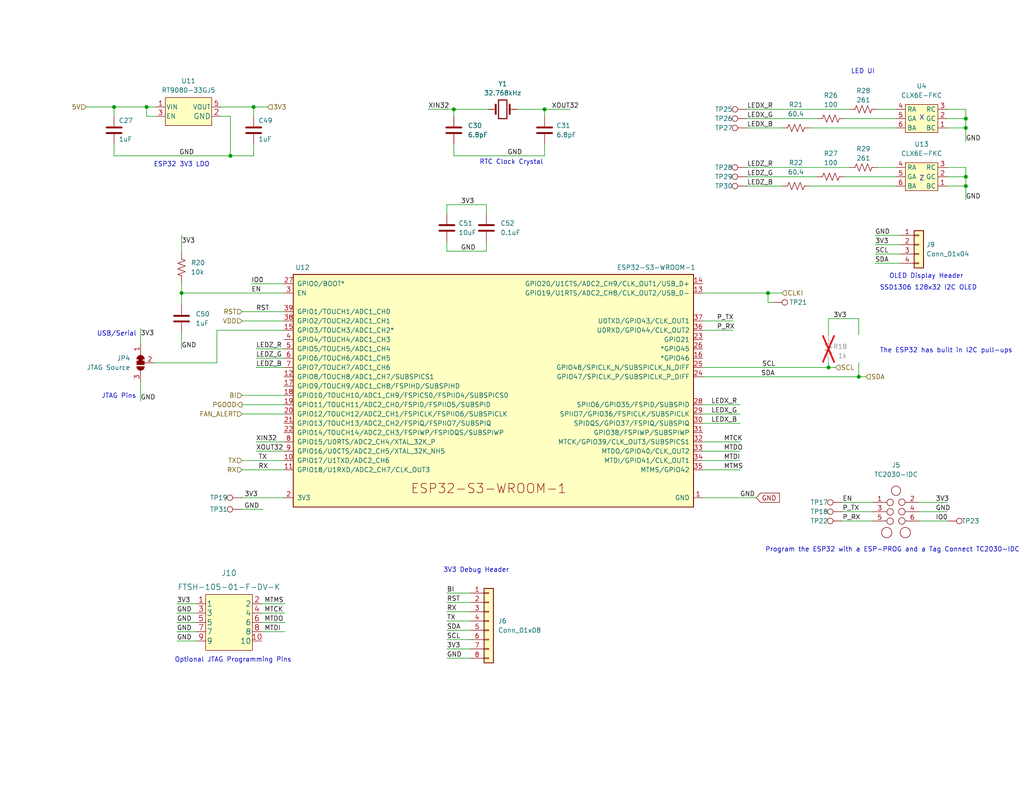
<source format=kicad_sch>
(kicad_sch (version 20230121) (generator eeschema)
  (paper "A")
  (title_block (title "le bitaxeUltra") (date "2023-07-10") (rev "0"))
  (lib_symbols
    (symbol "CLX6E-FKC_1"
      (property "Reference" "U" (at 3.81 5.08 0))
      (property "Value" "CLX6E-FKC_1" (at 1.27 -5.08 0))
      (symbol "CLX6E-FKC_1_0_1"
        (rectangle (start -3.81 3.81) (end 5.08 -3.81) (stroke (width 0.1524)) (fill (type background)))
      )
      (symbol "CLX6E-FKC_1_1_1"
        (pin bidirectional line (at 7.62 -2.54 180) (length 2.54) (name "BC") (number "1"))
        (pin bidirectional line (at 7.62 0 180) (length 2.54) (name "GC") (number "2"))
        (pin bidirectional line (at 7.62 2.54 180) (length 2.54) (name "RC") (number "3"))
        (pin bidirectional line (at -6.35 2.54 0) (length 2.54) (name "RA") (number "4"))
        (pin bidirectional line (at -6.35 0 0) (length 2.54) (name "GA") (number "5"))
        (pin input line (at -6.35 -2.54 0) (length 2.54) (name "BA") (number "6"))
      )
    )
    (symbol "Connector:TestPoint" (pin_numbers hide) (pin_names (offset 0.762) hide)
      (property "Reference" "TP" (at 0 6.858 0))
      (property "Value" "TestPoint" (at 0 5.08 0))
      (symbol "TestPoint_0_1"
        (circle (center 0 3.302) (radius 0.762))
      )
      (symbol "TestPoint_1_1"
        (pin passive line (at 0 0 90) (length 2.54) (name "1") (number "1"))
      )
    )
    (symbol "Connector_Generic:Conn_01x04" (pin_names (offset 1.016) hide)
      (property "Reference" "J" (at 0 5.08 0))
      (property "Value" "Conn_01x04" (at 0 -7.62 0))
      (symbol "Conn_01x04_1_1"
        (rectangle (start -1.27 -4.953) (end 0 -5.207) (stroke (width 0.1524)))
        (rectangle (start -1.27 -2.413) (end 0 -2.667) (stroke (width 0.1524)))
        (rectangle (start -1.27 0.127) (end 0 -0.127) (stroke (width 0.1524)))
        (rectangle (start -1.27 2.667) (end 0 2.413) (stroke (width 0.1524)))
        (rectangle (start -1.27 3.81) (end 1.27 -6.35) (stroke (width 0.254)) (fill (type background)))
        (pin passive line (at -5.08 2.54 0) (length 3.81) (name "Pin_1") (number "1"))
        (pin passive line (at -5.08 0 0) (length 3.81) (name "Pin_2") (number "2"))
        (pin passive line (at -5.08 -2.54 0) (length 3.81) (name "Pin_3") (number "3"))
        (pin passive line (at -5.08 -5.08 0) (length 3.81) (name "Pin_4") (number "4"))
      )
    )
    (symbol "Connector_Generic:Conn_01x08" (pin_names (offset 1.016) hide)
      (property "Reference" "J" (at 0 10.16 0))
      (property "Value" "Conn_01x08" (at 0 -12.7 0))
      (symbol "Conn_01x08_1_1"
        (rectangle (start -1.27 -10.033) (end 0 -10.287) (stroke (width 0.1524)))
        (rectangle (start -1.27 -7.493) (end 0 -7.747) (stroke (width 0.1524)))
        (rectangle (start -1.27 -4.953) (end 0 -5.207) (stroke (width 0.1524)))
        (rectangle (start -1.27 -2.413) (end 0 -2.667) (stroke (width 0.1524)))
        (rectangle (start -1.27 0.127) (end 0 -0.127) (stroke (width 0.1524)))
        (rectangle (start -1.27 2.667) (end 0 2.413) (stroke (width 0.1524)))
        (rectangle (start -1.27 5.207) (end 0 4.953) (stroke (width 0.1524)))
        (rectangle (start -1.27 7.747) (end 0 7.493) (stroke (width 0.1524)))
        (rectangle (start -1.27 8.89) (end 1.27 -11.43) (stroke (width 0.254)) (fill (type background)))
        (pin passive line (at -5.08 7.62 0) (length 3.81) (name "Pin_1") (number "1"))
        (pin passive line (at -5.08 5.08 0) (length 3.81) (name "Pin_2") (number "2"))
        (pin passive line (at -5.08 2.54 0) (length 3.81) (name "Pin_3") (number "3"))
        (pin passive line (at -5.08 0 0) (length 3.81) (name "Pin_4") (number "4"))
        (pin passive line (at -5.08 -2.54 0) (length 3.81) (name "Pin_5") (number "5"))
        (pin passive line (at -5.08 -5.08 0) (length 3.81) (name "Pin_6") (number "6"))
        (pin passive line (at -5.08 -7.62 0) (length 3.81) (name "Pin_7") (number "7"))
        (pin passive line (at -5.08 -10.16 0) (length 3.81) (name "Pin_8") (number "8"))
      )
    )
    (symbol "Device:C" (pin_numbers hide) (pin_names (offset 0.254))
      (property "Reference" "C" (at 0.635 2.54 0))
      (property "Value" "C" (at 0.635 -2.54 0))
      (symbol "C_0_1"
        (polyline (pts (xy -2.032 -0.762) (xy 2.032 -0.762)) (stroke (width 0.508)))
        (polyline (pts (xy -2.032 0.762) (xy 2.032 0.762)) (stroke (width 0.508)))
      )
      (symbol "C_1_1"
        (pin passive line (at 0 3.81 270) (length 2.794) (name "~") (number "1"))
        (pin passive line (at 0 -3.81 90) (length 2.794) (name "~") (number "2"))
      )
    )
    (symbol "Device:Crystal" (pin_numbers hide) (pin_names (offset 1.016) hide)
      (property "Reference" "Y" (at 0 3.81 0))
      (property "Value" "Crystal" (at 0 -3.81 0))
      (symbol "Crystal_0_1"
        (rectangle (start -1.143 2.54) (end 1.143 -2.54) (stroke (width 0.3048)))
        (polyline (pts (xy -2.54 0) (xy -1.905 0)))
        (polyline (pts (xy -1.905 -1.27) (xy -1.905 1.27)) (stroke (width 0.508)))
        (polyline (pts (xy 1.905 -1.27) (xy 1.905 1.27)) (stroke (width 0.508)))
        (polyline (pts (xy 2.54 0) (xy 1.905 0)))
      )
      (symbol "Crystal_1_1"
        (pin passive line (at -3.81 0 0) (length 1.27) (name "1") (number "1"))
        (pin passive line (at 3.81 0 180) (length 1.27) (name "2") (number "2"))
      )
    )
    (symbol "Device:R_US" (pin_numbers hide) (pin_names (offset 0))
      (property "Reference" "R" (at 2.54 0 90))
      (property "Value" "R_US" (at -2.54 0 90))
      (symbol "R_US_0_1"
        (polyline (pts (xy 0 -2.286) (xy 0 -2.54)))
        (polyline (pts (xy 0 2.286) (xy 0 2.54)))
        (polyline (pts (xy 0 -0.762) (xy 1.016 -1.143) (xy 0 -1.524) (xy -1.016 -1.905) (xy 0 -2.286)))
        (polyline (pts (xy 0 0.762) (xy 1.016 0.381) (xy 0 0) (xy -1.016 -0.381) (xy 0 -0.762)))
        (polyline (pts (xy 0 2.286) (xy 1.016 1.905) (xy 0 1.524) (xy -1.016 1.143) (xy 0 0.762)))
      )
      (symbol "R_US_1_1"
        (pin passive line (at 0 3.81 270) (length 1.27) (name "~") (number "1"))
        (pin passive line (at 0 -3.81 90) (length 1.27) (name "~") (number "2"))
      )
    )
    (symbol "Espressif:ESP32-S3-WROOM-1" (pin_names (offset 1.016))
      (property "Reference" "U" (at -53.34 38.1 0))
      (property "Value" "ESP32-S3-WROOM-1" (at -53.34 35.56 0))
      (symbol "ESP32-S3-WROOM-1_0_0"
        (rectangle (start -53.34 33.02) (end 55.88 -30.48) (stroke (width 0.254)) (fill (type background)))
        (text "ESP32-S3-WROOM-1" (at 0 -25.4 0) (effects (font (size 2.54 2.54))))
        (pin power_in line (at 58.42 -27.94 180) (length 2.54) (name "GND") (number "1"))
        (pin bidirectional line (at -55.88 -17.78 0) (length 2.54) (name "GPIO17/U1TXD/ADC2_CH6") (number "10"))
        (pin bidirectional line (at -55.88 -20.32 0) (length 2.54) (name "GPIO18/U1RXD/ADC2_CH7/CLK_OUT3") (number "11"))
        (pin bidirectional line (at -55.88 5.08 0) (length 2.54) (name "GPIO8/TOUCH8/ADC1_CH7/SUBSPICS1") (number "12"))
        (pin bidirectional line (at 58.42 27.94 180) (length 2.54) (name "GPIO19/U1RTS/ADC2_CH8/CLK_OUT2/USB_D-") (number "13"))
        (pin bidirectional line (at 58.42 30.48 180) (length 2.54) (name "GPIO20/U1CTS/ADC2_CH9/CLK_OUT1/USB_D+") (number "14"))
        (pin bidirectional line (at -55.88 17.78 0) (length 2.54) (name "GPIO3/TOUCH3/ADC1_CH2*") (number "15"))
        (pin bidirectional line (at 58.42 10.16 180) (length 2.54) (name "*GPIO46") (number "16"))
        (pin bidirectional line (at -55.88 2.54 0) (length 2.54) (name "GPIO9/TOUCH9/ADC1_CH8/FSPIHD/SUBSPIHD") (number "17"))
        (pin bidirectional line (at -55.88 0 0) (length 2.54) (name "GPIO10/TOUCH10/ADC1_CH9/FSPICS0/FSPIIO4/SUBSPICS0") (number "18"))
        (pin bidirectional line (at -55.88 -2.54 0) (length 2.54) (name "GPIO11/TOUCH11/ADC2_CH0/FSPID/FSPIIO5/SUBSPID") (number "19"))
        (pin power_in line (at -55.88 -27.94 0) (length 2.54) (name "3V3") (number "2"))
        (pin bidirectional line (at -55.88 -5.08 0) (length 2.54) (name "GPIO12/TOUCH12/ADC2_CH1/FSPICLK/FSPIIO6/SUBSPICLK") (number "20"))
        (pin bidirectional line (at -55.88 -7.62 0) (length 2.54) (name "GPIO13/TOUCH13/ADC2_CH2/FSPIQ/FSPIIO7/SUBSPIQ") (number "21"))
        (pin bidirectional line (at -55.88 -10.16 0) (length 2.54) (name "GPIO14/TOUCH14/ADC2_CH3/FSPIWP/FSPIDQS/SUBSPIWP") (number "22"))
        (pin bidirectional line (at 58.42 15.24 180) (length 2.54) (name "GPIO21") (number "23"))
        (pin bidirectional line (at 58.42 5.08 180) (length 2.54) (name "GPIO47/SPICLK_P/SUBSPICLK_P_DIFF") (number "24"))
        (pin bidirectional line (at 58.42 7.62 180) (length 2.54) (name "GPIO48/SPICLK_N/SUBSPICLK_N_DIFF") (number "25"))
        (pin bidirectional line (at 58.42 12.7 180) (length 2.54) (name "*GPIO45") (number "26"))
        (pin bidirectional line (at -55.88 30.48 0) (length 2.54) (name "GPIO0/BOOT*") (number "27"))
        (pin bidirectional line (at 58.42 -2.54 180) (length 2.54) (name "SPIIO6/GPIO35/FSPID/SUBSPID") (number "28"))
        (pin bidirectional line (at 58.42 -5.08 180) (length 2.54) (name "SPIIO7/GPIO36/FSPICLK/SUBSPICLK") (number "29"))
        (pin input line (at -55.88 27.94 0) (length 2.54) (name "EN") (number "3"))
        (pin bidirectional line (at 58.42 -7.62 180) (length 2.54) (name "SPIDQS/GPIO37/FSPIQ/SUBSPIQ") (number "30"))
        (pin bidirectional line (at 58.42 -10.16 180) (length 2.54) (name "GPIO38/FSPIWP/SUBSPIWP") (number "31"))
        (pin bidirectional line (at 58.42 -12.7 180) (length 2.54) (name "MTCK/GPIO39/CLK_OUT3/SUBSPICS1") (number "32"))
        (pin bidirectional line (at 58.42 -15.24 180) (length 2.54) (name "MTDO/GPIO40/CLK_OUT2") (number "33"))
        (pin bidirectional line (at 58.42 -17.78 180) (length 2.54) (name "MTDI/GPIO41/CLK_OUT1") (number "34"))
        (pin bidirectional line (at 58.42 -20.32 180) (length 2.54) (name "MTMS/GPIO42") (number "35"))
        (pin bidirectional line (at 58.42 17.78 180) (length 2.54) (name "U0RXD/GPIO44/CLK_OUT2") (number "36"))
        (pin bidirectional line (at 58.42 20.32 180) (length 2.54) (name "U0TXD/GPIO43/CLK_OUT1") (number "37"))
        (pin bidirectional line (at -55.88 20.32 0) (length 2.54) (name "GPIO2/TOUCH2/ADC1_CH1") (number "38"))
        (pin bidirectional line (at -55.88 22.86 0) (length 2.54) (name "GPIO1/TOUCH1/ADC1_CH0") (number "39"))
        (pin bidirectional line (at -55.88 15.24 0) (length 2.54) (name "GPIO4/TOUCH4/ADC1_CH3") (number "4"))
        (pin passive line (at 58.42 -27.94 180) (length 2.54) hide (name "GND") (number "40"))
        (pin passive line (at 58.42 -27.94 180) (length 2.54) hide (name "GND") (number "41"))
        (pin bidirectional line (at -55.88 12.7 0) (length 2.54) (name "GPIO5/TOUCH5/ADC1_CH4") (number "5"))
        (pin bidirectional line (at -55.88 10.16 0) (length 2.54) (name "GPIO6/TOUCH6/ADC1_CH5") (number "6"))
        (pin bidirectional line (at -55.88 7.62 0) (length 2.54) (name "GPIO7/TOUCH7/ADC1_CH6") (number "7"))
        (pin bidirectional line (at -55.88 -12.7 0) (length 2.54) (name "GPIO15/U0RTS/ADC2_CH4/XTAL_32K_P") (number "8"))
        (pin bidirectional line (at -55.88 -15.24 0) (length 2.54) (name "GPIO16/U0CTS/ADC2_CH5/XTAL_32K_NH5") (number "9"))
      )
    )
    (symbol "Espressif:TC2030-IDC-NL" (pin_names (offset 1.016) hide)
      (property "Reference" "J" (at 0 -8.89 0))
      (property "Value" "TC2030-IDC-NL" (at 0.635 -11.43 0))
      (symbol "TC2030-IDC-NL_0_1"
        (circle (center -2.54 -5.715) (radius 1.4224))
        (circle (center -1.6002 2.54) (radius 0.889))
        (circle (center 0 5.715) (radius 1.27))
      )
      (symbol "TC2030-IDC-NL_1_1"
        (circle (center -1.6002 -2.5908) (radius 0.889))
        (circle (center -1.6002 -0.0508) (radius 0.889))
        (circle (center 1.6002 -2.54) (radius 0.889))
        (circle (center 1.6002 0) (radius 0.889))
        (circle (center 1.6002 2.5908) (radius 0.889))
        (circle (center 2.54 -5.715) (radius 1.4224))
        (pin passive line (at -6.35 2.54 0) (length 3.81) (name "Pin_1") (number "1"))
        (pin passive line (at 6.35 2.54 180) (length 3.81) (name "Pin_2") (number "2"))
        (pin passive line (at -6.35 0 0) (length 3.81) (name "Pin_3") (number "3"))
        (pin passive line (at 6.35 0 180) (length 3.81) (name "Pin_4") (number "4"))
        (pin passive line (at -6.35 -2.54 0) (length 3.81) (name "Pin_5") (number "5"))
        (pin passive line (at 6.35 -2.54 180) (length 3.81) (name "Pin_6") (number "6"))
      )
    )
    (symbol "Jumper:SolderJumper_3_Bridged12" (pin_names (offset 0) hide)
      (property "Reference" "JP" (at -2.54 -2.54 0))
      (property "Value" "SolderJumper_3_Bridged12" (at 0 2.794 0))
      (symbol "SolderJumper_3_Bridged12_0_1"
        (rectangle (start -1.016 0.508) (end -0.508 -0.508) (fill (type outline)))
        (arc (start -1.016 1.016) (mid -2.0276 0) (end -1.016 -1.016))
        (arc (start -1.016 1.016) (mid -2.0276 0) (end -1.016 -1.016) (fill (type outline)))
        (rectangle (start -0.508 1.016) (end 0.508 -1.016) (fill (type outline)))
        (polyline (pts (xy -2.54 0) (xy -2.032 0)))
        (polyline (pts (xy -1.016 1.016) (xy -1.016 -1.016)))
        (polyline (pts (xy 0 -1.27) (xy 0 -1.016)))
        (polyline (pts (xy 1.016 1.016) (xy 1.016 -1.016)))
        (polyline (pts (xy 2.54 0) (xy 2.032 0)))
        (arc (start 1.016 -1.016) (mid 2.0276 0) (end 1.016 1.016))
        (arc (start 1.016 -1.016) (mid 2.0276 0) (end 1.016 1.016) (fill (type outline)))
      )
      (symbol "SolderJumper_3_Bridged12_1_1"
        (pin passive line (at -5.08 0 0) (length 2.54) (name "A") (number "1"))
        (pin passive line (at 0 -3.81 90) (length 2.54) (name "C") (number "2"))
        (pin passive line (at 5.08 0 180) (length 2.54) (name "B") (number "3"))
      )
    )
    (symbol "bitaxe:FTSH-105-01-F-DV-K" (pin_names (offset 0.254))
      (property "Reference" "J" (at 2.54 2.54 0))
      (property "Value" "FTSH-105-01-F-DV-K" (at 16.51 -15.24 0))
      (symbol "FTSH-105-01-F-DV-K_1_1"
        (rectangle (start 2.54 1.27) (end 15.24 -13.97) (stroke (width 0.1524)) (fill (type background)))
        (pin unspecified line (at 0 -1.27 0) (length 2.54) (name "1") (number "1"))
        (pin unspecified line (at 17.78 -11.43 180) (length 2.54) (name "10") (number "10"))
        (pin unspecified line (at 17.78 -1.27 180) (length 2.54) (name "2") (number "2"))
        (pin unspecified line (at 0 -3.81 0) (length 2.54) (name "3") (number "3"))
        (pin unspecified line (at 17.78 -3.81 180) (length 2.54) (name "4") (number "4"))
        (pin unspecified line (at 0 -6.35 0) (length 2.54) (name "5") (number "5"))
        (pin unspecified line (at 17.78 -6.35 180) (length 2.54) (name "6") (number "6"))
        (pin unspecified line (at 0 -8.89 0) (length 2.54) (name "7") (number "7"))
        (pin unspecified line (at 17.78 -8.89 180) (length 2.54) (name "8") (number "8"))
        (pin unspecified line (at 0 -11.43 0) (length 2.54) (name "9") (number "9"))
      )
    )
    (symbol "bitaxe:RT9080-33GJ5" (pin_names (offset 0.254))
      (property "Reference" "U" (at -6.35 5.08 0))
      (property "Value" "RT9080-33GJ5" (at 0 -5.08 0))
      (symbol "RT9080-33GJ5_1_1"
        (rectangle (start -6.35 3.81) (end 6.35 -3.81) (stroke (width 0.1524)) (fill (type background)))
        (pin power_in line (at -8.89 1.27 0) (length 2.54) (name "VIN") (number "1"))
        (pin power_in line (at 8.89 -1.27 180) (length 2.54) (name "GND") (number "2"))
        (pin input line (at -8.89 -1.27 0) (length 2.54) (name "EN") (number "3"))
        (pin output line (at 8.89 1.27 180) (length 2.54) (name "VOUT") (number "5"))
      )
    )
  )
  (junction (at 209.55 80.01))
  (junction (at 123.825 29.845))
  (junction (at 263.525 32.385))
  (junction (at 263.525 34.925))
  (junction (at 62.865 42.545))
  (junction (at 263.525 48.26))
  (junction (at 263.525 50.8))
  (junction (at 40.005 29.21))
  (junction (at 148.59 29.845))
  (junction (at 226.06 100.33))
  (junction (at 49.53 80.01))
  (junction (at 69.215 29.21))
  (junction (at 234.315 102.87))
  (junction (at 31.115 29.21))
  (wire (pts (xy 121.92 172.085) (xy 128.27 172.085)))
  (wire (pts (xy 121.92 177.165) (xy 128.27 177.165)))
  (wire (pts (xy 121.92 55.88) (xy 121.92 58.42)))
  (wire (pts (xy 226.06 100.33) (xy 227.965 100.33)))
  (wire (pts (xy 191.77 113.03) (xy 201.93 113.03)))
  (wire (pts (xy 48.26 164.846) (xy 53.594 164.846)))
  (wire (pts (xy 31.115 29.21) (xy 31.115 31.75)))
  (wire (pts (xy 258.445 32.385) (xy 263.525 32.385)))
  (wire (pts (xy 191.77 125.73) (xy 201.93 125.73)))
  (wire (pts (xy 239.395 29.845) (xy 244.475 29.845)))
  (wire (pts (xy 60.325 31.75) (xy 62.865 31.75)))
  (wire (pts (xy 140.97 29.845) (xy 148.59 29.845)))
  (wire (pts (xy 258.445 50.8) (xy 263.525 50.8)))
  (wire (pts (xy 250.825 139.7) (xy 258.445 139.7)))
  (wire (pts (xy 263.525 32.385) (xy 263.525 34.925)))
  (wire (pts (xy 69.215 39.37) (xy 69.215 42.545)))
  (wire (pts (xy 234.315 99.06) (xy 234.315 102.87)))
  (wire (pts (xy 66.04 110.49) (xy 77.47 110.49)))
  (wire (pts (xy 132.715 68.58) (xy 121.92 68.58)))
  (wire (pts (xy 62.865 31.75) (xy 62.865 42.545)))
  (wire (pts (xy 123.825 42.545) (xy 123.825 39.37)))
  (wire (pts (xy 220.98 34.925) (xy 244.475 34.925)))
  (wire (pts (xy 250.825 137.16) (xy 258.445 137.16)))
  (wire (pts (xy 69.215 29.21) (xy 69.215 31.75)))
  (wire (pts (xy 77.47 125.73) (xy 66.04 125.73)))
  (wire (pts (xy 132.715 66.04) (xy 132.715 68.58)))
  (wire (pts (xy 71.374 172.466) (xy 77.724 172.466)))
  (wire (pts (xy 49.53 76.835) (xy 49.53 80.01)))
  (wire (pts (xy 263.525 34.925) (xy 263.525 38.735)))
  (wire (pts (xy 40.005 29.21) (xy 42.545 29.21)))
  (wire (pts (xy 234.315 86.995) (xy 234.315 91.44)))
  (wire (pts (xy 49.53 90.805) (xy 49.53 95.25)))
  (wire (pts (xy 69.85 97.79) (xy 77.47 97.79)))
  (wire (pts (xy 209.55 82.55) (xy 209.55 80.01)))
  (wire (pts (xy 69.85 100.33) (xy 77.47 100.33)))
  (wire (pts (xy 226.06 86.995) (xy 226.06 91.44)))
  (wire (pts (xy 148.59 29.845) (xy 155.575 29.845)))
  (wire (pts (xy 69.85 120.65) (xy 77.47 120.65)))
  (wire (pts (xy 77.47 85.09) (xy 66.04 85.09)))
  (wire (pts (xy 230.505 48.26) (xy 244.475 48.26)))
  (wire (pts (xy 66.04 107.95) (xy 77.47 107.95)))
  (wire (pts (xy 68.58 77.47) (xy 77.47 77.47)))
  (wire (pts (xy 191.77 120.65) (xy 201.93 120.65)))
  (wire (pts (xy 191.77 115.57) (xy 201.93 115.57)))
  (wire (pts (xy 116.84 29.845) (xy 123.825 29.845)))
  (wire (pts (xy 123.825 42.545) (xy 148.59 42.545)))
  (wire (pts (xy 220.98 50.8) (xy 244.475 50.8)))
  (wire (pts (xy 203.835 34.925) (xy 213.36 34.925)))
  (wire (pts (xy 123.825 29.845) (xy 123.825 31.75)))
  (wire (pts (xy 23.495 29.21) (xy 31.115 29.21)))
  (wire (pts (xy 210.82 82.55) (xy 209.55 82.55)))
  (wire (pts (xy 222.885 48.26) (xy 203.835 48.26)))
  (wire (pts (xy 38.354 104.14) (xy 38.354 109.474)))
  (wire (pts (xy 59.182 90.17) (xy 59.182 99.06)))
  (wire (pts (xy 250.825 142.24) (xy 258.445 142.24)))
  (wire (pts (xy 191.77 123.19) (xy 201.93 123.19)))
  (wire (pts (xy 38.354 89.662) (xy 38.354 93.98)))
  (wire (pts (xy 203.835 50.8) (xy 213.36 50.8)))
  (wire (pts (xy 121.92 174.625) (xy 128.27 174.625)))
  (wire (pts (xy 258.445 48.26) (xy 263.525 48.26)))
  (wire (pts (xy 69.85 123.19) (xy 77.47 123.19)))
  (wire (pts (xy 238.76 64.262) (xy 245.618 64.262)))
  (wire (pts (xy 263.525 48.26) (xy 263.525 50.8)))
  (wire (pts (xy 48.26 175.006) (xy 53.594 175.006)))
  (wire (pts (xy 71.374 169.926) (xy 77.724 169.926)))
  (wire (pts (xy 48.26 167.386) (xy 53.594 167.386)))
  (wire (pts (xy 226.06 86.995) (xy 234.315 86.995)))
  (wire (pts (xy 230.505 32.385) (xy 244.475 32.385)))
  (wire (pts (xy 234.315 102.87) (xy 236.22 102.87)))
  (wire (pts (xy 191.77 90.17) (xy 200.025 90.17)))
  (wire (pts (xy 77.47 128.27) (xy 66.04 128.27)))
  (wire (pts (xy 191.77 110.49) (xy 201.93 110.49)))
  (wire (pts (xy 123.825 29.845) (xy 133.35 29.845)))
  (wire (pts (xy 229.87 142.24) (xy 238.125 142.24)))
  (wire (pts (xy 49.53 80.01) (xy 77.47 80.01)))
  (wire (pts (xy 69.85 95.25) (xy 77.47 95.25)))
  (wire (pts (xy 191.77 102.87) (xy 234.315 102.87)))
  (wire (pts (xy 49.53 64.135) (xy 49.53 69.215)))
  (wire (pts (xy 66.04 139.065) (xy 71.755 139.065)))
  (wire (pts (xy 69.215 29.21) (xy 73.025 29.21)))
  (wire (pts (xy 31.115 29.21) (xy 40.005 29.21)))
  (wire (pts (xy 121.92 167.005) (xy 128.27 167.005)))
  (wire (pts (xy 48.26 169.926) (xy 53.594 169.926)))
  (wire (pts (xy 121.92 169.545) (xy 128.27 169.545)))
  (wire (pts (xy 191.77 128.27) (xy 201.93 128.27)))
  (wire (pts (xy 238.76 69.342) (xy 245.618 69.342)))
  (wire (pts (xy 263.525 45.72) (xy 263.525 48.26)))
  (wire (pts (xy 191.77 135.89) (xy 206.375 135.89)))
  (wire (pts (xy 229.87 139.7) (xy 238.125 139.7)))
  (wire (pts (xy 31.115 42.545) (xy 31.115 39.37)))
  (wire (pts (xy 66.04 87.63) (xy 77.47 87.63)))
  (wire (pts (xy 263.525 50.8) (xy 263.525 54.61)))
  (wire (pts (xy 121.92 68.58) (xy 121.92 66.04)))
  (wire (pts (xy 121.92 161.925) (xy 128.27 161.925)))
  (wire (pts (xy 59.182 90.17) (xy 77.47 90.17)))
  (wire (pts (xy 203.835 45.72) (xy 231.775 45.72)))
  (wire (pts (xy 209.55 80.01) (xy 213.36 80.01)))
  (wire (pts (xy 77.47 113.03) (xy 66.04 113.03)))
  (wire (pts (xy 42.545 31.75) (xy 40.005 31.75)))
  (wire (pts (xy 258.445 34.925) (xy 263.525 34.925)))
  (wire (pts (xy 148.59 29.845) (xy 148.59 31.75)))
  (wire (pts (xy 71.374 164.846) (xy 77.724 164.846)))
  (wire (pts (xy 229.87 137.16) (xy 238.125 137.16)))
  (wire (pts (xy 191.77 100.33) (xy 226.06 100.33)))
  (wire (pts (xy 191.77 87.63) (xy 200.025 87.63)))
  (wire (pts (xy 40.005 31.75) (xy 40.005 29.21)))
  (wire (pts (xy 121.92 179.705) (xy 128.27 179.705)))
  (wire (pts (xy 49.53 80.01) (xy 49.53 83.185)))
  (wire (pts (xy 239.395 45.72) (xy 244.475 45.72)))
  (wire (pts (xy 226.06 99.06) (xy 226.06 100.33)))
  (wire (pts (xy 148.59 39.37) (xy 148.59 42.545)))
  (wire (pts (xy 203.835 29.845) (xy 231.775 29.845)))
  (wire (pts (xy 258.445 29.845) (xy 263.525 29.845)))
  (wire (pts (xy 132.715 55.88) (xy 121.92 55.88)))
  (wire (pts (xy 258.445 45.72) (xy 263.525 45.72)))
  (wire (pts (xy 121.92 164.465) (xy 128.27 164.465)))
  (wire (pts (xy 222.885 32.385) (xy 203.835 32.385)))
  (wire (pts (xy 66.04 135.89) (xy 77.47 135.89)))
  (wire (pts (xy 238.76 71.882) (xy 245.618 71.882)))
  (wire (pts (xy 59.182 99.06) (xy 42.164 99.06)))
  (wire (pts (xy 132.715 58.42) (xy 132.715 55.88)))
  (wire (pts (xy 238.76 66.802) (xy 245.618 66.802)))
  (wire (pts (xy 263.525 29.845) (xy 263.525 32.385)))
  (wire (pts (xy 69.215 42.545) (xy 62.865 42.545)))
  (wire (pts (xy 48.26 172.466) (xy 53.594 172.466)))
  (wire (pts (xy 60.325 29.21) (xy 69.215 29.21)))
  (wire (pts (xy 71.374 167.386) (xy 77.724 167.386)))
  (wire (pts (xy 62.865 42.545) (xy 31.115 42.545)))
  (wire (pts (xy 191.77 80.01) (xy 209.55 80.01)))
  (text "X" (at 250.825 33.02 0) (effects (font (size 1.27 1.27)) (justify left bottom)))
  (text "Z" (at 250.825 49.53 0) (effects (font (size 1.27 1.27)) (justify left bottom)))
  (text "RTC Clock Crystal" (at 130.81 45.085 0) (effects (font (size 1.27 1.27)) (justify left bottom)))
  (text "JTAG Pins" (at 27.686 108.966 0) (effects (font (size 1.27 1.27)) (justify left bottom)))
  (text "ESP32 3V3 LDO" (at 41.91 45.72 0) (effects (font (size 1.27 1.27)) (justify left bottom)))
  (text "Program the ESP32 with a ESP-PROG and a Tag Connect TC2030-IDC" (at 208.788 150.876 0) (effects (font (size 1.27 1.27)) (justify left bottom)))
  (text "The ESP32 has built in I2C pull-ups" (at 240.03 96.52 0) (effects (font (size 1.27 1.27)) (justify left bottom)))
  (text "3V3 Debug Header" (at 120.904 156.464 0) (effects (font (size 1.27 1.27)) (justify left bottom)))
  (text "Optional JTAG Programming Pins" (at 47.625 180.975 0) (effects (font (size 1.27 1.27)) (justify left bottom)))
  (text "SSD1306 128x32 I2C OLED" (at 240.03 79.375 0) (effects (font (size 1.27 1.27)) (justify left bottom)))
  (text "LED UI" (at 232.156 20.32 0) (effects (font (size 1.27 1.27)) (justify left bottom)))
  (text "OLED Display Header" (at 242.57 76.2 0) (effects (font (size 1.27 1.27)) (justify left bottom)))
  (text "USB/Serial" (at 26.416 91.948 0) (effects (font (size 1.27 1.27)) (justify left bottom)))
  (label "LEDZ_G" (at 203.835 48.26 0))
  (label "P_RX" (at 229.87 142.24 0))
  (label "RX" (at 121.92 167.005 0))
  (label "GND" (at 48.26 169.926 0))
  (label "EN" (at 68.58 80.01 0))
  (label "MTMS" (at 197.485 128.27 0))
  (label "RST" (at 121.92 164.465 0))
  (label "RST" (at 69.85 85.09 0))
  (label "SDA" (at 121.92 172.085 0))
  (label "GND" (at 263.525 54.61 0))
  (label "MTDO" (at 72.136 169.926 0))
  (label "LEDX_G" (at 194.056 113.03 0))
  (label "P_TX" (at 229.87 139.7 0))
  (label "EN" (at 229.87 137.16 0))
  (label "GND" (at 238.76 64.262 0))
  (label "XOUT32" (at 150.495 29.845 0))
  (label "P_RX" (at 195.58 90.17 0))
  (label "LEDX_G" (at 203.835 32.385 0))
  (label "LEDZ_G" (at 69.85 97.79 0))
  (label "GND" (at 125.73 68.58 0))
  (label "3V3" (at 66.675 135.89 0))
  (label "3V3" (at 227.33 86.995 0))
  (label "MTMS" (at 72.136 164.846 0))
  (label "MTDI" (at 72.136 172.466 0))
  (label "IO0" (at 68.58 77.47 0))
  (label "SDA" (at 207.645 102.87 0))
  (label "BI" (at 121.92 161.925 0))
  (label "GND" (at 66.675 139.065 0))
  (label "MTCK" (at 72.136 167.386 0))
  (label "XIN32" (at 69.85 120.65 0))
  (label "TX" (at 70.485 125.73 0))
  (label "MTDO" (at 197.485 123.19 0))
  (label "GND" (at 138.43 42.545 0))
  (label "3V3" (at 255.27 137.16 0))
  (label "LEDX_R" (at 194.056 110.49 0))
  (label "MTDI" (at 197.485 125.73 0))
  (label "LEDZ_R" (at 203.835 45.72 0))
  (label "IO0" (at 255.27 142.24 0))
  (label "SCL" (at 121.92 174.625 0))
  (label "SCL" (at 207.899 100.33 0))
  (label "XOUT32" (at 69.85 123.19 0))
  (label "SCL" (at 238.76 69.342 0))
  (label "XIN32" (at 116.84 29.845 0))
  (label "GND" (at 201.93 135.89 0))
  (label "SDA" (at 238.76 71.882 0))
  (label "TX" (at 121.92 169.545 0))
  (label "3V3" (at 125.73 55.88 0))
  (label "3V3" (at 121.92 177.165 0))
  (label "LEDX_R" (at 203.835 29.845 0))
  (label "MTCK" (at 197.485 120.65 0))
  (label "GND" (at 48.26 172.466 0))
  (label "3V3" (at 49.53 66.675 0))
  (label "GND" (at 48.26 175.006 0))
  (label "GND" (at 49.53 95.25 0))
  (label "P_TX" (at 195.58 87.63 0))
  (label "GND" (at 121.92 179.705 0))
  (label "3V3" (at 238.76 66.802 0))
  (label "LEDZ_R" (at 69.85 95.25 0))
  (label "GND" (at 255.27 139.7 0))
  (label "3V3" (at 48.26 164.846 0))
  (label "GND" (at 48.895 42.545 0))
  (label "LEDX_B" (at 194.056 115.57 0))
  (label "3V3" (at 38.354 91.948 0))
  (label "GND" (at 48.26 167.386 0))
  (label "GND" (at 38.354 109.474 0))
  (label "RX" (at 70.485 128.27 0))
  (label "LEDZ_B" (at 69.85 100.33 0))
  (label "LEDZ_B" (at 203.835 50.8 0))
  (label "LEDX_B" (at 203.835 34.925 0))
  (label "GND" (at 263.525 38.735 0))
  (global_label "GND" (shape input) (at 206.375 135.89 0) (property "Intersheetrefs" "${INTERSHEET_REFS}" (effects hide)))
  (hierarchical_label "TX" (shape input) (at 66.04 125.73 180))
  (hierarchical_label "RX" (shape input) (at 66.04 128.27 180))
  (hierarchical_label "CLKI" (shape input) (at 213.36 80.01 0))
  (hierarchical_label "FAN_ALERT" (shape input) (at 66.04 113.03 180))
  (hierarchical_label "BI" (shape input) (at 66.04 107.95 180))
  (hierarchical_label "3V3" (shape input) (at 73.025 29.21 0))
  (hierarchical_label "SCL" (shape input) (at 227.965 100.33 0))
  (hierarchical_label "RST" (shape input) (at 66.04 85.09 180))
  (hierarchical_label "SDA" (shape input) (at 236.22 102.87 0))
  (hierarchical_label "PGOOD" (shape output) (at 66.04 110.49 180))
  (hierarchical_label "5V" (shape input) (at 23.495 29.21 180))
  (hierarchical_label "VDD" (shape input) (at 66.04 87.63 180))
  (symbol (lib_id "Device:R_US") (at 235.585 29.845 90) (unit 1)
    (property "Reference" "R28" (at 235.585 24.765 90))
    (property "Value" "261" (at 235.585 27.305 90))
    (property "Footprint" "Resistor_SMD:R_0402_1005Metric" (effects hide))
    (property "DK" "YAG3078CT-ND" (effects hide))
    (property "PARTNO" "RC0402FR-07261RL" (effects hide))
  )
  (symbol (lib_id "Device:R_US") (at 226.06 95.25 180) (unit 1) (dnp yes)
    (property "Reference" "R18" (at 229.235 94.615 0))
    (property "Value" "1k" (at 229.87 97.155 0))
    (property "Footprint" "Resistor_SMD:R_0402_1005Metric" (effects hide))
  )
  (symbol (lib_id "Device:C") (at 49.53 86.995 0) (unit 1)
    (property "Reference" "C50" (at 53.34 85.7249 0) (effects (justify left)))
    (property "Value" "1uF" (at 53.34 88.2649 0) (effects (justify left)))
    (property "Footprint" "Capacitor_SMD:C_0402_1005Metric" (effects hide))
    (property "DK" "587-5514-1-ND" (effects hide))
    (property "PARTNO" "EMK105BJ105MV-F" (effects hide))
  )
  (symbol (lib_id "Device:C") (at 123.825 35.56 0) (unit 1)
    (property "Reference" "C30" (at 127.635 34.2899 0) (effects (justify left)))
    (property "Value" "6.8pF" (at 127.635 36.8299 0) (effects (justify left)))
    (property "Footprint" "Capacitor_SMD:C_0402_1005Metric" (effects hide))
    (property "DK" "399-C0402C689C5GAC7867CT-ND" (effects hide))
    (property "PARTNO" "C0402C689C5GAC7867" (effects hide))
  )
  (symbol (lib_id "bitaxe:FTSH-105-01-F-DV-K") (at 53.594 163.576 0) (unit 1)
    (property "Reference" "J10" (at 62.484 156.464 0) (effects (font (size 1.524 1.524))))
    (property "Value" "FTSH-105-01-F-DV-K" (at 62.484 160.274 0) (effects (font (size 1.524 1.524))))
    (property "Footprint" "bitaxe:FTSH-105-01-F-DV-K" (effects hide))
    (property "Datasheet" "https://suddendocs.samtec.com/catalog_english/ftsh_smt.pdf" (effects hide))
    (property "DK" "SAM8796-ND" (effects hide))
    (property "PARTNO" "FTSH-105-01-F-DV-K" (effects hide))
  )
  (symbol (lib_id "Connector:TestPoint") (at 203.835 34.925 90) (mirror x) (unit 1) (in_bom no)
    (property "Reference" "TP27" (at 197.485 34.925 90))
    (property "Value" "TestPoint" (effects hide))
    (property "Footprint" "TestPoint:TestPoint_Pad_D1.5mm" (effects hide))
  )
  (symbol (lib_id "Connector:TestPoint") (at 203.835 48.26 90) (mirror x) (unit 1) (in_bom no)
    (property "Reference" "TP29" (at 197.485 48.26 90))
    (property "Value" "TestPoint" (effects hide))
    (property "Footprint" "TestPoint:TestPoint_Pad_D1.5mm" (effects hide))
  )
  (symbol (lib_name "CLX6E-FKC_1") (lib_id "bitaxe:CLX6E-FKC") (at 250.825 32.385 0) (unit 1)
    (property "Reference" "U4" (at 251.46 23.495 0))
    (property "Value" "CLX6E-FKC" (at 251.46 26.035 0))
    (property "Footprint" "bitaxe:CLX6E-FKC-CH1M1D1BB7C3D3" (effects hide))
    (property "Datasheet" "https://assets.cree-led.com/a/ds/h/HB-CLX6E-FKC.pdf" (effects hide))
    (property "DK" "CLX6E-FKC-CH1M1D1BB7C3D3CT-ND" (effects hide))
    (property "PARTNO" "CLX6E-FKC-CH1M1D1BB7C3D3" (effects hide))
  )
  (symbol (lib_id "Device:C") (at 132.715 62.23 0) (unit 1)
    (property "Reference" "C52" (at 136.525 60.9599 0) (effects (justify left)))
    (property "Value" "0.1uF" (at 136.525 63.4999 0) (effects (justify left)))
    (property "Footprint" "Capacitor_SMD:C_0402_1005Metric" (effects hide))
    (property "DK" "1292-1639-1-ND" (effects hide))
    (property "PARTNO" "0402X104K100CT" (effects hide))
  )
  (symbol (lib_id "Device:R_US") (at 226.695 32.385 90) (unit 1)
    (property "Reference" "R26" (at 226.695 26.035 90))
    (property "Value" "100" (at 226.695 28.575 90))
    (property "Footprint" "Resistor_SMD:R_0402_1005Metric" (effects hide))
    (property "DK" "RMCF0402FT100RCT-ND" (effects hide))
    (property "PARTNO" "RMCF0402FT100R" (effects hide))
  )
  (symbol (lib_id "Connector_Generic:Conn_01x04") (at 250.698 66.802 0) (unit 1) (in_bom no)
    (property "Reference" "J9" (at 252.73 66.8019 0) (effects (justify left)))
    (property "Value" "Conn_01x04" (at 252.73 69.3419 0) (effects (justify left)))
    (property "Footprint" "Connector_PinHeader_2.54mm:PinHeader_1x04_P2.54mm_Vertical" (effects hide))
  )
  (symbol (lib_id "Device:R_US") (at 235.585 45.72 90) (unit 1)
    (property "Reference" "R29" (at 235.585 40.64 90))
    (property "Value" "261" (at 235.585 43.18 90))
    (property "Footprint" "Resistor_SMD:R_0402_1005Metric" (effects hide))
    (property "DK" "YAG3078CT-ND" (effects hide))
    (property "PARTNO" "RC0402FR-07261RL" (effects hide))
  )
  (symbol (lib_id "Device:C") (at 148.59 35.56 0) (unit 1)
    (property "Reference" "C31" (at 151.765 34.2899 0) (effects (justify left)))
    (property "Value" "6.8pF" (at 151.765 36.8299 0) (effects (justify left)))
    (property "Footprint" "Capacitor_SMD:C_0402_1005Metric" (effects hide))
    (property "DK" "399-C0402C689C5GAC7867CT-ND" (effects hide))
    (property "PARTNO" "C0402C689C5GAC7867" (effects hide))
  )
  (symbol (lib_id "bitaxe:RT9080-33GJ5") (at 51.435 30.48 0) (unit 1)
    (property "Reference" "U11" (at 51.435 22.098 0))
    (property "Value" "RT9080-33GJ5" (at 51.435 24.638 0))
    (property "Footprint" "bitaxe:RT9080-33GJ5" (effects hide))
    (property "Datasheet" "https://www.richtek.com/assets/product_file/RT9080/DS9080-05.pdf" (effects hide))
    (property "DK" "1028-1509-1-ND" (effects hide))
    (property "PARTNO" "RT9080-33GJ5" (effects hide))
  )
  (symbol (lib_id "Connector:TestPoint") (at 203.835 50.8 90) (mirror x) (unit 1) (in_bom no)
    (property "Reference" "TP30" (at 197.485 50.8 90))
    (property "Value" "TestPoint" (effects hide))
    (property "Footprint" "TestPoint:TestPoint_Pad_D1.5mm" (effects hide))
  )
  (symbol (lib_id "Connector:TestPoint") (at 66.04 139.065 90) (mirror x) (unit 1) (in_bom no)
    (property "Reference" "TP31" (at 59.69 139.065 90))
    (property "Value" "TestPoint" (effects hide))
    (property "Footprint" "TestPoint:TestPoint_Pad_D1.5mm" (effects hide))
  )
  (symbol (lib_id "Device:R_US") (at 226.695 48.26 90) (unit 1)
    (property "Reference" "R27" (at 226.695 41.91 90))
    (property "Value" "100" (at 226.695 44.45 90))
    (property "Footprint" "Resistor_SMD:R_0402_1005Metric" (effects hide))
    (property "DK" "RMCF0402FT100RCT-ND" (effects hide))
    (property "PARTNO" "RMCF0402FT100R" (effects hide))
  )
  (symbol (lib_id "Connector:TestPoint") (at 229.87 139.7 90) (mirror x) (unit 1) (in_bom no)
    (property "Reference" "TP18" (at 223.52 139.7 90))
    (property "Value" "TestPoint" (effects hide))
    (property "Footprint" "TestPoint:TestPoint_Pad_D1.5mm" (effects hide))
  )
  (symbol (lib_id "Connector:TestPoint") (at 258.445 142.24 270) (mirror x) (unit 1) (in_bom no)
    (property "Reference" "TP23" (at 264.795 142.24 90))
    (property "Value" "TestPoint" (effects hide))
    (property "Footprint" "TestPoint:TestPoint_Pad_D1.5mm" (effects hide))
  )
  (symbol (lib_id "Connector:TestPoint") (at 203.835 45.72 90) (mirror x) (unit 1) (in_bom no)
    (property "Reference" "TP28" (at 197.485 45.72 90))
    (property "Value" "TestPoint" (effects hide))
    (property "Footprint" "TestPoint:TestPoint_Pad_D1.5mm" (effects hide))
  )
  (symbol (lib_id "Connector:TestPoint") (at 203.835 29.845 90) (mirror x) (unit 1) (in_bom no)
    (property "Reference" "TP25" (at 197.485 29.845 90))
    (property "Value" "TestPoint" (effects hide))
    (property "Footprint" "TestPoint:TestPoint_Pad_D1.5mm" (effects hide))
  )
  (symbol (lib_id "Device:R_US") (at 49.53 73.025 0) (unit 1)
    (property "Reference" "R20" (at 52.07 71.7549 0) (effects (justify left)))
    (property "Value" "10k" (at 52.07 74.2949 0) (effects (justify left)))
    (property "Footprint" "Resistor_SMD:R_0402_1005Metric" (effects hide))
    (property "DK" "311-10KJRCT-ND" (effects hide))
    (property "PARTNO" "RC0402JR-0710KL" (effects hide))
  )
  (symbol (lib_id "Device:R_US") (at 217.17 34.925 90) (unit 1)
    (property "Reference" "R21" (at 217.17 28.575 90))
    (property "Value" "60.4" (at 217.17 31.115 90))
    (property "Footprint" "Resistor_SMD:R_0402_1005Metric" (effects hide))
    (property "DK" "311-60.4LRCT-ND" (effects hide))
    (property "PARTNO" "RC0402FR-0760R4L" (effects hide))
  )
  (symbol (lib_id "Espressif:TC2030-IDC-NL") (at 244.475 139.7 0) (unit 1) (in_bom no)
    (property "Reference" "J5" (at 244.475 127 0))
    (property "Value" "TC2030-IDC" (at 244.475 129.54 0))
    (property "Footprint" "Connector:Tag-Connect_TC2030-IDC-NL_2x03_P1.27mm_Vertical" (effects hide))
  )
  (symbol (lib_id "Device:C") (at 69.215 35.56 0) (unit 1)
    (property "Reference" "C49" (at 70.485 33.655 0) (effects (justify left bottom)))
    (property "Value" "1uF" (at 70.485 38.735 0) (effects (justify left bottom)))
    (property "Footprint" "Capacitor_SMD:C_0402_1005Metric" (effects hide))
    (property "DK" "587-5514-1-ND" (effects hide))
    (property "PARTNO" "EMK105BJ105MV-F" (effects hide))
  )
  (symbol (lib_id "Device:C") (at 121.92 62.23 0) (unit 1)
    (property "Reference" "C51" (at 125.095 60.9599 0) (effects (justify left)))
    (property "Value" "10uF" (at 125.095 63.4999 0) (effects (justify left)))
    (property "Footprint" "Capacitor_SMD:C_0805_2012Metric" (effects hide))
    (property "DK" "1276-1096-1-ND" (effects hide))
    (property "PARTNO" "CL21A106KOQNNNE" (effects hide))
  )
  (symbol (lib_id "Connector:TestPoint") (at 203.835 32.385 90) (mirror x) (unit 1) (in_bom no)
    (property "Reference" "TP26" (at 197.485 32.385 90))
    (property "Value" "TestPoint" (effects hide))
    (property "Footprint" "TestPoint:TestPoint_Pad_D1.5mm" (effects hide))
  )
  (symbol (lib_id "Device:Crystal") (at 137.16 29.845 0) (unit 1)
    (property "Reference" "Y1" (at 137.16 22.86 0))
    (property "Value" "32.768kHz" (at 137.16 25.4 0))
    (property "Footprint" "bitaxe:SC32S-7PF20PPM" (effects hide))
    (property "Datasheet" "https://www.sii.co.jp/en/quartz/files/2013/03/SC-32S_Leaflet_e20151217.pdf" (effects hide))
    (property "DK" "728-1074-1-ND" (effects hide))
    (property "PARTNO" "SC32S-7PF20PPM" (effects hide))
  )
  (symbol (lib_id "Jumper:SolderJumper_3_Bridged12") (at 38.354 99.06 90) (mirror x) (unit 1) (in_bom no)
    (property "Reference" "JP4" (at 35.56 97.7899 90) (effects (justify left)))
    (property "Value" "JTAG Source" (at 35.56 100.3299 90) (effects (justify left)))
    (property "Footprint" "Jumper:SolderJumper-3_P1.3mm_Bridged2Bar12_Pad1.0x1.5mm" (effects hide))
  )
  (symbol (lib_id "Connector:TestPoint") (at 210.82 82.55 270) (mirror x) (unit 1) (in_bom no)
    (property "Reference" "TP21" (at 217.805 82.55 90))
    (property "Value" "TestPoint" (effects hide))
    (property "Footprint" "TestPoint:TestPoint_Pad_D1.5mm" (effects hide))
  )
  (symbol (lib_id "Connector:TestPoint") (at 66.04 135.89 90) (mirror x) (unit 1) (in_bom no)
    (property "Reference" "TP19" (at 59.69 135.89 90))
    (property "Value" "TestPoint" (effects hide))
    (property "Footprint" "TestPoint:TestPoint_Pad_D1.5mm" (effects hide))
  )
  (symbol (lib_id "Connector:TestPoint") (at 229.87 137.16 90) (mirror x) (unit 1) (in_bom no)
    (property "Reference" "TP17" (at 223.52 137.16 90))
    (property "Value" "TestPoint" (effects hide))
    (property "Footprint" "TestPoint:TestPoint_Pad_D1.5mm" (effects hide))
  )
  (symbol (lib_id "Connector_Generic:Conn_01x08") (at 133.35 169.545 0) (unit 1) (in_bom no)
    (property "Reference" "J6" (at 135.89 169.5449 0) (effects (justify left)))
    (property "Value" "Conn_01x08" (at 135.89 172.0849 0) (effects (justify left)))
    (property "Footprint" "Connector_PinHeader_2.54mm:PinHeader_1x08_P2.54mm_Vertical" (effects hide))
  )
  (symbol (lib_name "CLX6E-FKC_1") (lib_id "bitaxe:CLX6E-FKC") (at 250.825 48.26 0) (unit 1)
    (property "Reference" "U13" (at 251.46 39.37 0))
    (property "Value" "CLX6E-FKC" (at 251.46 41.91 0))
    (property "Footprint" "bitaxe:CLX6E-FKC-CH1M1D1BB7C3D3" (effects hide))
    (property "Datasheet" "https://assets.cree-led.com/a/ds/h/HB-CLX6E-FKC.pdf" (effects hide))
    (property "DK" "CLX6E-FKC-CH1M1D1BB7C3D3CT-ND" (effects hide))
    (property "PARTNO" "CLX6E-FKC-CH1M1D1BB7C3D3" (effects hide))
  )
  (symbol (lib_id "Connector:TestPoint") (at 229.87 142.24 90) (mirror x) (unit 1) (in_bom no)
    (property "Reference" "TP22" (at 223.52 142.24 90))
    (property "Value" "TestPoint" (effects hide))
    (property "Footprint" "TestPoint:TestPoint_Pad_D1.5mm" (effects hide))
  )
  (symbol (lib_id "Device:C") (at 31.115 35.56 0) (unit 1)
    (property "Reference" "C27" (at 32.385 33.655 0) (effects (justify left bottom)))
    (property "Value" "1uF" (at 32.385 38.735 0) (effects (justify left bottom)))
    (property "Footprint" "Capacitor_SMD:C_0402_1005Metric" (effects hide))
    (property "DK" "587-5514-1-ND" (effects hide))
    (property "PARTNO" "EMK105BJ105MV-F" (effects hide))
  )
  (symbol (lib_id "Device:R_US") (at 217.17 50.8 90) (unit 1)
    (property "Reference" "R22" (at 217.17 44.45 90))
    (property "Value" "60.4" (at 217.17 46.99 90))
    (property "Footprint" "Resistor_SMD:R_0402_1005Metric" (effects hide))
    (property "DK" "311-60.4LRCT-ND" (effects hide))
    (property "PARTNO" "RC0402FR-0760R4L" (effects hide))
  )
  (symbol (lib_id "Espressif:ESP32-S3-WROOM-1") (at 133.35 107.95 0) (unit 1)
    (property "Reference" "U12" (at 82.55 73.025 0))
    (property "Value" "ESP32-S3-WROOM-1" (at 179.07 73.025 0))
    (property "Footprint" "Espressif:ESP32-S3-WROOM-1" (effects hide))
    (property "Datasheet" "https://www.espressif.com/sites/default/files/documentation/esp32-s3-wroom-1_wroom-1u_datasheet_en.pdf" (effects hide))
    (property "DK" "1965-ESP32-S3-WROOM-1-N16R8CT-ND" (effects hide))
    (property "PARTNO" "ESP32-S3-WROOM-1-N16R8" (effects hide))
  )
)
</source>
